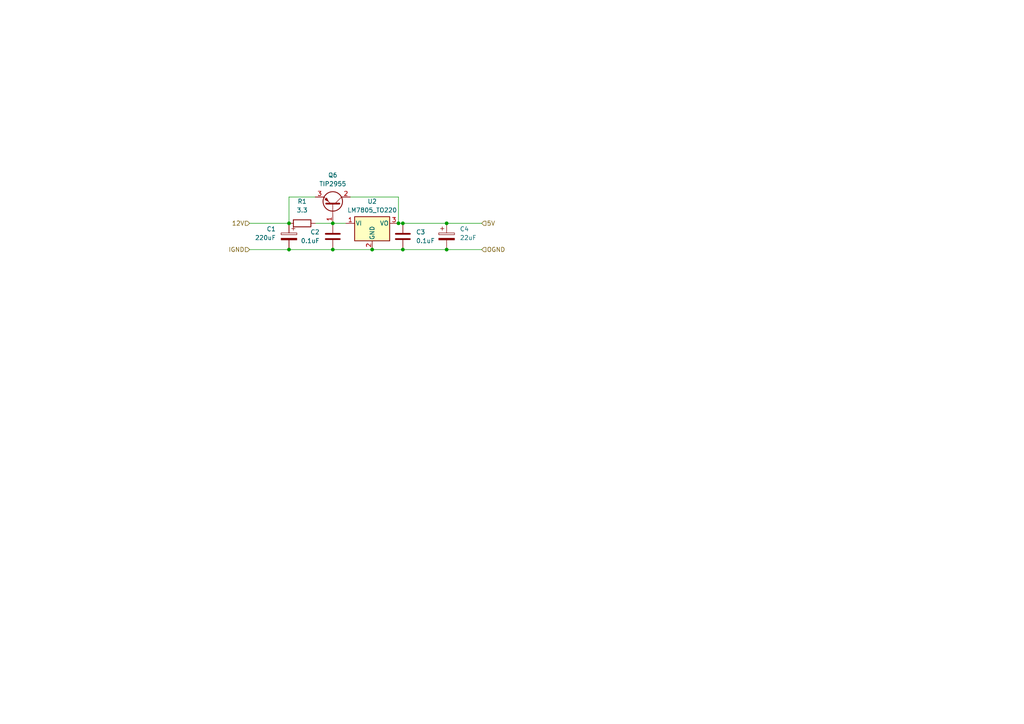
<source format=kicad_sch>
(kicad_sch
	(version 20250114)
	(generator "eeschema")
	(generator_version "9.0")
	(uuid "b0023cd7-5511-47ee-b929-9f6f4f919ee4")
	(paper "A4")
	(lib_symbols
		(symbol "Device:C"
			(pin_numbers
				(hide yes)
			)
			(pin_names
				(offset 0.254)
			)
			(exclude_from_sim no)
			(in_bom yes)
			(on_board yes)
			(property "Reference" "C"
				(at 0.635 2.54 0)
				(effects
					(font
						(size 1.27 1.27)
					)
					(justify left)
				)
			)
			(property "Value" "C"
				(at 0.635 -2.54 0)
				(effects
					(font
						(size 1.27 1.27)
					)
					(justify left)
				)
			)
			(property "Footprint" ""
				(at 0.9652 -3.81 0)
				(effects
					(font
						(size 1.27 1.27)
					)
					(hide yes)
				)
			)
			(property "Datasheet" "~"
				(at 0 0 0)
				(effects
					(font
						(size 1.27 1.27)
					)
					(hide yes)
				)
			)
			(property "Description" "Unpolarized capacitor"
				(at 0 0 0)
				(effects
					(font
						(size 1.27 1.27)
					)
					(hide yes)
				)
			)
			(property "ki_keywords" "cap capacitor"
				(at 0 0 0)
				(effects
					(font
						(size 1.27 1.27)
					)
					(hide yes)
				)
			)
			(property "ki_fp_filters" "C_*"
				(at 0 0 0)
				(effects
					(font
						(size 1.27 1.27)
					)
					(hide yes)
				)
			)
			(symbol "C_0_1"
				(polyline
					(pts
						(xy -2.032 0.762) (xy 2.032 0.762)
					)
					(stroke
						(width 0.508)
						(type default)
					)
					(fill
						(type none)
					)
				)
				(polyline
					(pts
						(xy -2.032 -0.762) (xy 2.032 -0.762)
					)
					(stroke
						(width 0.508)
						(type default)
					)
					(fill
						(type none)
					)
				)
			)
			(symbol "C_1_1"
				(pin passive line
					(at 0 3.81 270)
					(length 2.794)
					(name "~"
						(effects
							(font
								(size 1.27 1.27)
							)
						)
					)
					(number "1"
						(effects
							(font
								(size 1.27 1.27)
							)
						)
					)
				)
				(pin passive line
					(at 0 -3.81 90)
					(length 2.794)
					(name "~"
						(effects
							(font
								(size 1.27 1.27)
							)
						)
					)
					(number "2"
						(effects
							(font
								(size 1.27 1.27)
							)
						)
					)
				)
			)
			(embedded_fonts no)
		)
		(symbol "Device:C_Polarized"
			(pin_numbers
				(hide yes)
			)
			(pin_names
				(offset 0.254)
			)
			(exclude_from_sim no)
			(in_bom yes)
			(on_board yes)
			(property "Reference" "C"
				(at 0.635 2.54 0)
				(effects
					(font
						(size 1.27 1.27)
					)
					(justify left)
				)
			)
			(property "Value" "C_Polarized"
				(at 0.635 -2.54 0)
				(effects
					(font
						(size 1.27 1.27)
					)
					(justify left)
				)
			)
			(property "Footprint" ""
				(at 0.9652 -3.81 0)
				(effects
					(font
						(size 1.27 1.27)
					)
					(hide yes)
				)
			)
			(property "Datasheet" "~"
				(at 0 0 0)
				(effects
					(font
						(size 1.27 1.27)
					)
					(hide yes)
				)
			)
			(property "Description" "Polarized capacitor"
				(at 0 0 0)
				(effects
					(font
						(size 1.27 1.27)
					)
					(hide yes)
				)
			)
			(property "ki_keywords" "cap capacitor"
				(at 0 0 0)
				(effects
					(font
						(size 1.27 1.27)
					)
					(hide yes)
				)
			)
			(property "ki_fp_filters" "CP_*"
				(at 0 0 0)
				(effects
					(font
						(size 1.27 1.27)
					)
					(hide yes)
				)
			)
			(symbol "C_Polarized_0_1"
				(rectangle
					(start -2.286 0.508)
					(end 2.286 1.016)
					(stroke
						(width 0)
						(type default)
					)
					(fill
						(type none)
					)
				)
				(polyline
					(pts
						(xy -1.778 2.286) (xy -0.762 2.286)
					)
					(stroke
						(width 0)
						(type default)
					)
					(fill
						(type none)
					)
				)
				(polyline
					(pts
						(xy -1.27 2.794) (xy -1.27 1.778)
					)
					(stroke
						(width 0)
						(type default)
					)
					(fill
						(type none)
					)
				)
				(rectangle
					(start 2.286 -0.508)
					(end -2.286 -1.016)
					(stroke
						(width 0)
						(type default)
					)
					(fill
						(type outline)
					)
				)
			)
			(symbol "C_Polarized_1_1"
				(pin passive line
					(at 0 3.81 270)
					(length 2.794)
					(name "~"
						(effects
							(font
								(size 1.27 1.27)
							)
						)
					)
					(number "1"
						(effects
							(font
								(size 1.27 1.27)
							)
						)
					)
				)
				(pin passive line
					(at 0 -3.81 90)
					(length 2.794)
					(name "~"
						(effects
							(font
								(size 1.27 1.27)
							)
						)
					)
					(number "2"
						(effects
							(font
								(size 1.27 1.27)
							)
						)
					)
				)
			)
			(embedded_fonts no)
		)
		(symbol "Device:R"
			(pin_numbers
				(hide yes)
			)
			(pin_names
				(offset 0)
			)
			(exclude_from_sim no)
			(in_bom yes)
			(on_board yes)
			(property "Reference" "R"
				(at 2.032 0 90)
				(effects
					(font
						(size 1.27 1.27)
					)
				)
			)
			(property "Value" "R"
				(at 0 0 90)
				(effects
					(font
						(size 1.27 1.27)
					)
				)
			)
			(property "Footprint" ""
				(at -1.778 0 90)
				(effects
					(font
						(size 1.27 1.27)
					)
					(hide yes)
				)
			)
			(property "Datasheet" "~"
				(at 0 0 0)
				(effects
					(font
						(size 1.27 1.27)
					)
					(hide yes)
				)
			)
			(property "Description" "Resistor"
				(at 0 0 0)
				(effects
					(font
						(size 1.27 1.27)
					)
					(hide yes)
				)
			)
			(property "ki_keywords" "R res resistor"
				(at 0 0 0)
				(effects
					(font
						(size 1.27 1.27)
					)
					(hide yes)
				)
			)
			(property "ki_fp_filters" "R_*"
				(at 0 0 0)
				(effects
					(font
						(size 1.27 1.27)
					)
					(hide yes)
				)
			)
			(symbol "R_0_1"
				(rectangle
					(start -1.016 -2.54)
					(end 1.016 2.54)
					(stroke
						(width 0.254)
						(type default)
					)
					(fill
						(type none)
					)
				)
			)
			(symbol "R_1_1"
				(pin passive line
					(at 0 3.81 270)
					(length 1.27)
					(name "~"
						(effects
							(font
								(size 1.27 1.27)
							)
						)
					)
					(number "1"
						(effects
							(font
								(size 1.27 1.27)
							)
						)
					)
				)
				(pin passive line
					(at 0 -3.81 90)
					(length 1.27)
					(name "~"
						(effects
							(font
								(size 1.27 1.27)
							)
						)
					)
					(number "2"
						(effects
							(font
								(size 1.27 1.27)
							)
						)
					)
				)
			)
			(embedded_fonts no)
		)
		(symbol "Regulator_Linear:LM7805_TO220"
			(pin_names
				(offset 0.254)
			)
			(exclude_from_sim no)
			(in_bom yes)
			(on_board yes)
			(property "Reference" "U"
				(at -3.81 3.175 0)
				(effects
					(font
						(size 1.27 1.27)
					)
				)
			)
			(property "Value" "LM7805_TO220"
				(at 0 3.175 0)
				(effects
					(font
						(size 1.27 1.27)
					)
					(justify left)
				)
			)
			(property "Footprint" "Package_TO_SOT_THT:TO-220-3_Vertical"
				(at 0 5.715 0)
				(effects
					(font
						(size 1.27 1.27)
						(italic yes)
					)
					(hide yes)
				)
			)
			(property "Datasheet" "https://www.onsemi.cn/PowerSolutions/document/MC7800-D.PDF"
				(at 0 -1.27 0)
				(effects
					(font
						(size 1.27 1.27)
					)
					(hide yes)
				)
			)
			(property "Description" "Positive 1A 35V Linear Regulator, Fixed Output 5V, TO-220"
				(at 0 0 0)
				(effects
					(font
						(size 1.27 1.27)
					)
					(hide yes)
				)
			)
			(property "ki_keywords" "Voltage Regulator 1A Positive"
				(at 0 0 0)
				(effects
					(font
						(size 1.27 1.27)
					)
					(hide yes)
				)
			)
			(property "ki_fp_filters" "TO?220*"
				(at 0 0 0)
				(effects
					(font
						(size 1.27 1.27)
					)
					(hide yes)
				)
			)
			(symbol "LM7805_TO220_0_1"
				(rectangle
					(start -5.08 1.905)
					(end 5.08 -5.08)
					(stroke
						(width 0.254)
						(type default)
					)
					(fill
						(type background)
					)
				)
			)
			(symbol "LM7805_TO220_1_1"
				(pin power_in line
					(at -7.62 0 0)
					(length 2.54)
					(name "VI"
						(effects
							(font
								(size 1.27 1.27)
							)
						)
					)
					(number "1"
						(effects
							(font
								(size 1.27 1.27)
							)
						)
					)
				)
				(pin power_in line
					(at 0 -7.62 90)
					(length 2.54)
					(name "GND"
						(effects
							(font
								(size 1.27 1.27)
							)
						)
					)
					(number "2"
						(effects
							(font
								(size 1.27 1.27)
							)
						)
					)
				)
				(pin power_out line
					(at 7.62 0 180)
					(length 2.54)
					(name "VO"
						(effects
							(font
								(size 1.27 1.27)
							)
						)
					)
					(number "3"
						(effects
							(font
								(size 1.27 1.27)
							)
						)
					)
				)
			)
			(embedded_fonts no)
		)
		(symbol "Transistor_BJT:TIP2955"
			(pin_names
				(offset 0)
				(hide yes)
			)
			(exclude_from_sim no)
			(in_bom yes)
			(on_board yes)
			(property "Reference" "Q"
				(at 5.08 1.905 0)
				(effects
					(font
						(size 1.27 1.27)
					)
					(justify left)
				)
			)
			(property "Value" "TIP2955"
				(at 5.08 0 0)
				(effects
					(font
						(size 1.27 1.27)
					)
					(justify left)
				)
			)
			(property "Footprint" "Package_TO_SOT_THT:TO-218-3_Vertical"
				(at 5.08 -1.905 0)
				(effects
					(font
						(size 1.27 1.27)
						(italic yes)
					)
					(justify left)
					(hide yes)
				)
			)
			(property "Datasheet" "http://www.onsemi.com/pub_link/Collateral/TIP3055-D.PDF"
				(at 0 0 0)
				(effects
					(font
						(size 1.27 1.27)
					)
					(justify left)
					(hide yes)
				)
			)
			(property "Description" "-15A Ic, -60V Vce, Power PNP Transistor, TO-218"
				(at 0 0 0)
				(effects
					(font
						(size 1.27 1.27)
					)
					(hide yes)
				)
			)
			(property "ki_keywords" "power PNP Transistor"
				(at 0 0 0)
				(effects
					(font
						(size 1.27 1.27)
					)
					(hide yes)
				)
			)
			(property "ki_fp_filters" "TO?218*"
				(at 0 0 0)
				(effects
					(font
						(size 1.27 1.27)
					)
					(hide yes)
				)
			)
			(symbol "TIP2955_0_1"
				(polyline
					(pts
						(xy -2.54 0) (xy 0.635 0)
					)
					(stroke
						(width 0)
						(type default)
					)
					(fill
						(type none)
					)
				)
				(polyline
					(pts
						(xy 0.635 1.905) (xy 0.635 -1.905)
					)
					(stroke
						(width 0.508)
						(type default)
					)
					(fill
						(type none)
					)
				)
				(polyline
					(pts
						(xy 0.635 0.635) (xy 2.54 2.54)
					)
					(stroke
						(width 0)
						(type default)
					)
					(fill
						(type none)
					)
				)
				(polyline
					(pts
						(xy 0.635 -0.635) (xy 2.54 -2.54)
					)
					(stroke
						(width 0)
						(type default)
					)
					(fill
						(type none)
					)
				)
				(circle
					(center 1.27 0)
					(radius 2.8194)
					(stroke
						(width 0.254)
						(type default)
					)
					(fill
						(type none)
					)
				)
				(polyline
					(pts
						(xy 2.286 -1.778) (xy 1.778 -2.286) (xy 1.27 -1.27) (xy 2.286 -1.778)
					)
					(stroke
						(width 0)
						(type default)
					)
					(fill
						(type outline)
					)
				)
			)
			(symbol "TIP2955_1_1"
				(pin input line
					(at -5.08 0 0)
					(length 2.54)
					(name "B"
						(effects
							(font
								(size 1.27 1.27)
							)
						)
					)
					(number "1"
						(effects
							(font
								(size 1.27 1.27)
							)
						)
					)
				)
				(pin passive line
					(at 2.54 5.08 270)
					(length 2.54)
					(name "C"
						(effects
							(font
								(size 1.27 1.27)
							)
						)
					)
					(number "2"
						(effects
							(font
								(size 1.27 1.27)
							)
						)
					)
				)
				(pin passive line
					(at 2.54 -5.08 90)
					(length 2.54)
					(name "E"
						(effects
							(font
								(size 1.27 1.27)
							)
						)
					)
					(number "3"
						(effects
							(font
								(size 1.27 1.27)
							)
						)
					)
				)
			)
			(embedded_fonts no)
		)
	)
	(junction
		(at 115.57 64.77)
		(diameter 0)
		(color 0 0 0 0)
		(uuid "1b829466-0191-4c1f-8e78-0744dc898f5b")
	)
	(junction
		(at 116.84 64.77)
		(diameter 0)
		(color 0 0 0 0)
		(uuid "7ea367a6-71fc-4a40-9e34-c9490ed7f062")
	)
	(junction
		(at 96.52 72.39)
		(diameter 0)
		(color 0 0 0 0)
		(uuid "80fe83c2-850f-4e52-998c-f6f822c6415d")
	)
	(junction
		(at 83.82 64.77)
		(diameter 0)
		(color 0 0 0 0)
		(uuid "9b4c1fab-3b5e-427e-9c0c-a8283fa88c76")
	)
	(junction
		(at 129.54 64.77)
		(diameter 0)
		(color 0 0 0 0)
		(uuid "a5a367d8-f707-432d-978c-5b6544d38b58")
	)
	(junction
		(at 96.52 64.77)
		(diameter 0)
		(color 0 0 0 0)
		(uuid "c128106f-0bb2-477e-a9d3-1e79d300f259")
	)
	(junction
		(at 116.84 72.39)
		(diameter 0)
		(color 0 0 0 0)
		(uuid "e8d41830-6087-4c7a-b51b-6411200ccd11")
	)
	(junction
		(at 129.54 72.39)
		(diameter 0)
		(color 0 0 0 0)
		(uuid "f28fc1c2-8ec5-46f9-88c4-ae760d5ec621")
	)
	(junction
		(at 107.95 72.39)
		(diameter 0)
		(color 0 0 0 0)
		(uuid "f74ebfe8-50a7-4b59-a8a9-9dff71e810d7")
	)
	(junction
		(at 83.82 72.39)
		(diameter 0)
		(color 0 0 0 0)
		(uuid "feb46de7-7de6-473c-ac10-e42c85d59171")
	)
	(wire
		(pts
			(xy 116.84 64.77) (xy 129.54 64.77)
		)
		(stroke
			(width 0)
			(type default)
		)
		(uuid "128d44ef-6737-4561-ba39-09d028467a00")
	)
	(wire
		(pts
			(xy 115.57 64.77) (xy 116.84 64.77)
		)
		(stroke
			(width 0)
			(type default)
		)
		(uuid "315b77f9-5fe2-434d-b553-db39361b534f")
	)
	(wire
		(pts
			(xy 96.52 64.77) (xy 100.33 64.77)
		)
		(stroke
			(width 0)
			(type default)
		)
		(uuid "33307552-fb54-4578-b6a3-ba6abe85029d")
	)
	(wire
		(pts
			(xy 107.95 72.39) (xy 116.84 72.39)
		)
		(stroke
			(width 0)
			(type default)
		)
		(uuid "5e48242c-75d9-429b-8db9-6ac04b5ee601")
	)
	(wire
		(pts
			(xy 91.44 64.77) (xy 96.52 64.77)
		)
		(stroke
			(width 0)
			(type default)
		)
		(uuid "60da6cf4-bcf6-4d59-bf5a-2e642bee664a")
	)
	(wire
		(pts
			(xy 129.54 64.77) (xy 139.7 64.77)
		)
		(stroke
			(width 0)
			(type default)
		)
		(uuid "6ee26940-cf0a-4a45-a717-0a23c1244255")
	)
	(wire
		(pts
			(xy 101.6 57.15) (xy 115.57 57.15)
		)
		(stroke
			(width 0)
			(type default)
		)
		(uuid "8b731382-a588-45c5-9f0a-6e83e4521455")
	)
	(wire
		(pts
			(xy 72.39 72.39) (xy 83.82 72.39)
		)
		(stroke
			(width 0)
			(type default)
		)
		(uuid "8dac4181-c780-4bab-bd32-30d06a60aa2a")
	)
	(wire
		(pts
			(xy 116.84 72.39) (xy 129.54 72.39)
		)
		(stroke
			(width 0)
			(type default)
		)
		(uuid "a3ff9862-b518-4c42-a7fc-905d181a2a1a")
	)
	(wire
		(pts
			(xy 83.82 57.15) (xy 83.82 64.77)
		)
		(stroke
			(width 0)
			(type default)
		)
		(uuid "aec56e01-2e5e-45d4-8e55-c217f830515a")
	)
	(wire
		(pts
			(xy 96.52 72.39) (xy 107.95 72.39)
		)
		(stroke
			(width 0)
			(type default)
		)
		(uuid "d0f68900-a7a1-4801-8187-33b4912f22ef")
	)
	(wire
		(pts
			(xy 115.57 57.15) (xy 115.57 64.77)
		)
		(stroke
			(width 0)
			(type default)
		)
		(uuid "d53cb7fb-0661-4948-ac1d-0a134bc58b8f")
	)
	(wire
		(pts
			(xy 129.54 72.39) (xy 139.7 72.39)
		)
		(stroke
			(width 0)
			(type default)
		)
		(uuid "d56ca67c-e0d5-4054-aed0-e643d988dc7a")
	)
	(wire
		(pts
			(xy 91.44 57.15) (xy 83.82 57.15)
		)
		(stroke
			(width 0)
			(type default)
		)
		(uuid "dacf77b8-7d52-4b16-9ee2-0ff293660e52")
	)
	(wire
		(pts
			(xy 83.82 72.39) (xy 96.52 72.39)
		)
		(stroke
			(width 0)
			(type default)
		)
		(uuid "db572602-cd6d-4338-85ae-c156e4828cf6")
	)
	(wire
		(pts
			(xy 72.39 64.77) (xy 83.82 64.77)
		)
		(stroke
			(width 0)
			(type default)
		)
		(uuid "edc3e7d4-81fe-443e-ae9b-beee9b6baa7b")
	)
	(hierarchical_label "12V"
		(shape input)
		(at 72.39 64.77 180)
		(effects
			(font
				(size 1.27 1.27)
			)
			(justify right)
		)
		(uuid "13718d6c-d226-4fe3-b9b5-f9cee76d25be")
	)
	(hierarchical_label "IGND"
		(shape input)
		(at 72.39 72.39 180)
		(effects
			(font
				(size 1.27 1.27)
			)
			(justify right)
		)
		(uuid "2688f2ae-8e6d-4767-82c7-a0b79f957589")
	)
	(hierarchical_label "5V"
		(shape input)
		(at 139.7 64.77 0)
		(effects
			(font
				(size 1.27 1.27)
			)
			(justify left)
		)
		(uuid "bf517996-a528-4839-82e2-e50aa8473da9")
	)
	(hierarchical_label "OGND"
		(shape input)
		(at 139.7 72.39 0)
		(effects
			(font
				(size 1.27 1.27)
			)
			(justify left)
		)
		(uuid "ff31d608-e46a-453c-ae74-d00786ee50f6")
	)
	(symbol
		(lib_id "Transistor_BJT:TIP2955")
		(at 96.52 59.69 270)
		(mirror x)
		(unit 1)
		(exclude_from_sim no)
		(in_bom yes)
		(on_board yes)
		(dnp no)
		(uuid "101c4c71-64d8-4d1e-a23a-63acb0c99186")
		(property "Reference" "Q6"
			(at 96.52 50.8 90)
			(effects
				(font
					(size 1.27 1.27)
				)
			)
		)
		(property "Value" "TIP2955"
			(at 96.52 53.34 90)
			(effects
				(font
					(size 1.27 1.27)
				)
			)
		)
		(property "Footprint" "Package_TO_SOT_THT:TO-218-3_Horizontal_TabDown"
			(at 94.615 54.61 0)
			(effects
				(font
					(size 1.27 1.27)
					(italic yes)
				)
				(justify left)
				(hide yes)
			)
		)
		(property "Datasheet" "http://www.onsemi.com/pub_link/Collateral/TIP3055-D.PDF"
			(at 96.52 59.69 0)
			(effects
				(font
					(size 1.27 1.27)
				)
				(justify left)
				(hide yes)
			)
		)
		(property "Description" "-15A Ic, -60V Vce, Power PNP Transistor, TO-218"
			(at 96.52 59.69 0)
			(effects
				(font
					(size 1.27 1.27)
				)
				(hide yes)
			)
		)
		(pin "2"
			(uuid "b9d6bed7-a005-4d61-8e7b-b3c9f350635a")
		)
		(pin "3"
			(uuid "88d894e9-4967-496e-bba9-29b46448c97b")
		)
		(pin "1"
			(uuid "df8dc40b-f931-41d6-bd2b-4c84065d1c36")
		)
		(instances
			(project "VEXPneumaticsDriver"
				(path "/3eb7f183-3c89-4124-86a4-db8c1a8bdf38/8a46af04-7cef-4eb8-afa9-181e4b7a36d7"
					(reference "Q6")
					(unit 1)
				)
			)
		)
	)
	(symbol
		(lib_id "Device:C_Polarized")
		(at 83.82 68.58 0)
		(mirror y)
		(unit 1)
		(exclude_from_sim no)
		(in_bom yes)
		(on_board yes)
		(dnp no)
		(uuid "14246e17-64bb-463d-bb1b-8d2727855db1")
		(property "Reference" "C1"
			(at 80.01 66.4209 0)
			(effects
				(font
					(size 1.27 1.27)
				)
				(justify left)
			)
		)
		(property "Value" "220uF"
			(at 80.01 68.9609 0)
			(effects
				(font
					(size 1.27 1.27)
				)
				(justify left)
			)
		)
		(property "Footprint" ""
			(at 82.8548 72.39 0)
			(effects
				(font
					(size 1.27 1.27)
				)
				(hide yes)
			)
		)
		(property "Datasheet" "~"
			(at 83.82 68.58 0)
			(effects
				(font
					(size 1.27 1.27)
				)
				(hide yes)
			)
		)
		(property "Description" "Polarized capacitor"
			(at 83.82 68.58 0)
			(effects
				(font
					(size 1.27 1.27)
				)
				(hide yes)
			)
		)
		(pin "2"
			(uuid "35e8c50f-9197-49e4-87c5-a31070e1024f")
		)
		(pin "1"
			(uuid "b7820155-5d7d-41f8-9c46-5e51faa84f57")
		)
		(instances
			(project "VEXPneumaticsDriver"
				(path "/3eb7f183-3c89-4124-86a4-db8c1a8bdf38/8a46af04-7cef-4eb8-afa9-181e4b7a36d7"
					(reference "C1")
					(unit 1)
				)
			)
		)
	)
	(symbol
		(lib_id "Device:C_Polarized")
		(at 129.54 68.58 0)
		(unit 1)
		(exclude_from_sim no)
		(in_bom yes)
		(on_board yes)
		(dnp no)
		(fields_autoplaced yes)
		(uuid "78bc4259-b51f-4c8e-bbf1-040a1c710822")
		(property "Reference" "C4"
			(at 133.35 66.4209 0)
			(effects
				(font
					(size 1.27 1.27)
				)
				(justify left)
			)
		)
		(property "Value" "22uF"
			(at 133.35 68.9609 0)
			(effects
				(font
					(size 1.27 1.27)
				)
				(justify left)
			)
		)
		(property "Footprint" ""
			(at 130.5052 72.39 0)
			(effects
				(font
					(size 1.27 1.27)
				)
				(hide yes)
			)
		)
		(property "Datasheet" "~"
			(at 129.54 68.58 0)
			(effects
				(font
					(size 1.27 1.27)
				)
				(hide yes)
			)
		)
		(property "Description" "Polarized capacitor"
			(at 129.54 68.58 0)
			(effects
				(font
					(size 1.27 1.27)
				)
				(hide yes)
			)
		)
		(pin "2"
			(uuid "5fc75d07-a077-44c6-8e11-af2e5685c9fa")
		)
		(pin "1"
			(uuid "2a79403d-10e6-4949-a2df-7317c45121d8")
		)
		(instances
			(project "VEXPneumaticsDriver"
				(path "/3eb7f183-3c89-4124-86a4-db8c1a8bdf38/8a46af04-7cef-4eb8-afa9-181e4b7a36d7"
					(reference "C4")
					(unit 1)
				)
			)
		)
	)
	(symbol
		(lib_id "Device:R")
		(at 87.63 64.77 90)
		(unit 1)
		(exclude_from_sim no)
		(in_bom yes)
		(on_board yes)
		(dnp no)
		(fields_autoplaced yes)
		(uuid "7c2c9447-3477-404c-9686-ac792328b0ec")
		(property "Reference" "R1"
			(at 87.63 58.42 90)
			(effects
				(font
					(size 1.27 1.27)
				)
			)
		)
		(property "Value" "3.3"
			(at 87.63 60.96 90)
			(effects
				(font
					(size 1.27 1.27)
				)
			)
		)
		(property "Footprint" ""
			(at 87.63 66.548 90)
			(effects
				(font
					(size 1.27 1.27)
				)
				(hide yes)
			)
		)
		(property "Datasheet" "~"
			(at 87.63 64.77 0)
			(effects
				(font
					(size 1.27 1.27)
				)
				(hide yes)
			)
		)
		(property "Description" "Resistor"
			(at 87.63 64.77 0)
			(effects
				(font
					(size 1.27 1.27)
				)
				(hide yes)
			)
		)
		(pin "1"
			(uuid "26aebcb1-e1e9-46a2-8871-18b7eb34862f")
		)
		(pin "2"
			(uuid "fd060716-6064-42a0-97e7-bf10f2fd0eb9")
		)
		(instances
			(project "VEXPneumaticsDriver"
				(path "/3eb7f183-3c89-4124-86a4-db8c1a8bdf38/8a46af04-7cef-4eb8-afa9-181e4b7a36d7"
					(reference "R1")
					(unit 1)
				)
			)
		)
	)
	(symbol
		(lib_id "Regulator_Linear:LM7805_TO220")
		(at 107.95 64.77 0)
		(unit 1)
		(exclude_from_sim no)
		(in_bom yes)
		(on_board yes)
		(dnp no)
		(fields_autoplaced yes)
		(uuid "974d235c-b232-49b2-94dc-782f0ba72c3b")
		(property "Reference" "U2"
			(at 107.95 58.42 0)
			(effects
				(font
					(size 1.27 1.27)
				)
			)
		)
		(property "Value" "LM7805_TO220"
			(at 107.95 60.96 0)
			(effects
				(font
					(size 1.27 1.27)
				)
			)
		)
		(property "Footprint" "Package_TO_SOT_THT:TO-220-3_Vertical"
			(at 107.95 59.055 0)
			(effects
				(font
					(size 1.27 1.27)
					(italic yes)
				)
				(hide yes)
			)
		)
		(property "Datasheet" "https://www.onsemi.cn/PowerSolutions/document/MC7800-D.PDF"
			(at 107.95 66.04 0)
			(effects
				(font
					(size 1.27 1.27)
				)
				(hide yes)
			)
		)
		(property "Description" "Positive 1A 35V Linear Regulator, Fixed Output 5V, TO-220"
			(at 107.95 64.77 0)
			(effects
				(font
					(size 1.27 1.27)
				)
				(hide yes)
			)
		)
		(pin "2"
			(uuid "c943680d-9e26-4764-bef6-d2de2e105b8f")
		)
		(pin "1"
			(uuid "c09a323c-3017-4739-8549-2328ac3e170d")
		)
		(pin "3"
			(uuid "6888a5c6-c57a-4320-a0a8-17b07775a085")
		)
		(instances
			(project "VEXPneumaticsDriver"
				(path "/3eb7f183-3c89-4124-86a4-db8c1a8bdf38/8a46af04-7cef-4eb8-afa9-181e4b7a36d7"
					(reference "U2")
					(unit 1)
				)
			)
		)
	)
	(symbol
		(lib_id "Device:C")
		(at 96.52 68.58 0)
		(mirror y)
		(unit 1)
		(exclude_from_sim no)
		(in_bom yes)
		(on_board yes)
		(dnp no)
		(uuid "a4201ddc-9411-459a-a35c-d154265a57d7")
		(property "Reference" "C2"
			(at 92.71 67.3099 0)
			(effects
				(font
					(size 1.27 1.27)
				)
				(justify left)
			)
		)
		(property "Value" "0.1uF"
			(at 92.71 69.8499 0)
			(effects
				(font
					(size 1.27 1.27)
				)
				(justify left)
			)
		)
		(property "Footprint" ""
			(at 95.5548 72.39 0)
			(effects
				(font
					(size 1.27 1.27)
				)
				(hide yes)
			)
		)
		(property "Datasheet" "~"
			(at 96.52 68.58 0)
			(effects
				(font
					(size 1.27 1.27)
				)
				(hide yes)
			)
		)
		(property "Description" "Unpolarized capacitor"
			(at 96.52 68.58 0)
			(effects
				(font
					(size 1.27 1.27)
				)
				(hide yes)
			)
		)
		(pin "1"
			(uuid "bf50fec6-471e-41d2-b887-16895b648ca0")
		)
		(pin "2"
			(uuid "6941dbb7-9eb2-4a99-83be-9eae51d6cd5c")
		)
		(instances
			(project "VEXPneumaticsDriver"
				(path "/3eb7f183-3c89-4124-86a4-db8c1a8bdf38/8a46af04-7cef-4eb8-afa9-181e4b7a36d7"
					(reference "C2")
					(unit 1)
				)
			)
		)
	)
	(symbol
		(lib_id "Device:C")
		(at 116.84 68.58 0)
		(unit 1)
		(exclude_from_sim no)
		(in_bom yes)
		(on_board yes)
		(dnp no)
		(fields_autoplaced yes)
		(uuid "a6c3b87d-1da7-445f-9fe1-5fb19e8bcbde")
		(property "Reference" "C3"
			(at 120.65 67.3099 0)
			(effects
				(font
					(size 1.27 1.27)
				)
				(justify left)
			)
		)
		(property "Value" "0.1uF"
			(at 120.65 69.8499 0)
			(effects
				(font
					(size 1.27 1.27)
				)
				(justify left)
			)
		)
		(property "Footprint" ""
			(at 117.8052 72.39 0)
			(effects
				(font
					(size 1.27 1.27)
				)
				(hide yes)
			)
		)
		(property "Datasheet" "~"
			(at 116.84 68.58 0)
			(effects
				(font
					(size 1.27 1.27)
				)
				(hide yes)
			)
		)
		(property "Description" "Unpolarized capacitor"
			(at 116.84 68.58 0)
			(effects
				(font
					(size 1.27 1.27)
				)
				(hide yes)
			)
		)
		(pin "1"
			(uuid "aef44374-8398-4e67-9d4f-174c9e34e5ee")
		)
		(pin "2"
			(uuid "47e0972f-8a1f-4966-aeb5-2c1484ef2f16")
		)
		(instances
			(project "VEXPneumaticsDriver"
				(path "/3eb7f183-3c89-4124-86a4-db8c1a8bdf38/8a46af04-7cef-4eb8-afa9-181e4b7a36d7"
					(reference "C3")
					(unit 1)
				)
			)
		)
	)
)

</source>
